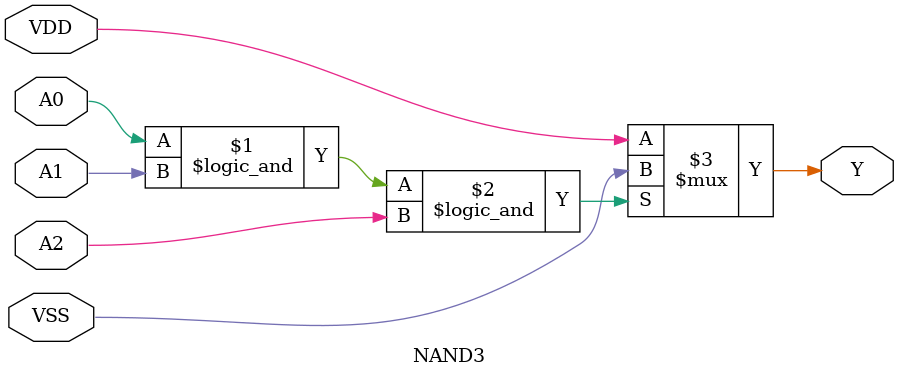
<source format=v>
module NAND3(Y, A0, A1, A2, VDD, VSS );
  input A0, A1, A2;
  output Y;
  inout VDD, VSS;

  assign Y = (A0 && A1 && A2) ? VSS : VDD;
endmodule

</source>
